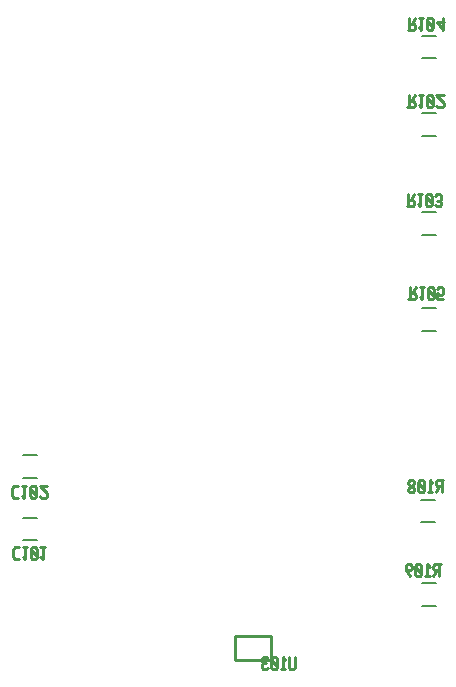
<source format=gbr>
G04 start of page 8 for group -4078 idx -4078 *
G04 Title: (unknown), bottomsilk *
G04 Creator: pcb 20110918 *
G04 CreationDate: Sun 04 May 2014 08:11:11 PM GMT UTC *
G04 For: zach *
G04 Format: Gerber/RS-274X *
G04 PCB-Dimensions: 295500 350000 *
G04 PCB-Coordinate-Origin: lower left *
%MOIN*%
%FSLAX25Y25*%
%LNBOTTOMSILK*%
%ADD77C,0.0100*%
%ADD76C,0.0080*%
G54D76*X120733Y81260D02*X125457D01*
X120733Y88740D02*X125457D01*
X120633Y67940D02*X125357D01*
X120633Y60460D02*X125357D01*
G54D77*X191500Y20500D02*X203400D01*
X191500Y28500D02*Y20500D01*
Y28500D02*X203400D01*
Y20500D01*
G54D76*X253638Y137740D02*X258362D01*
X253638Y130260D02*X258362D01*
X253375Y73904D02*X258099D01*
X253375Y66424D02*X258099D01*
X253836Y46073D02*X258560D01*
X253836Y38593D02*X258560D01*
X253638Y169740D02*X258362D01*
X253638Y162260D02*X258362D01*
X253733Y202740D02*X258457D01*
X253733Y195260D02*X258457D01*
X253838Y228540D02*X258562D01*
X253838Y221060D02*X258562D01*
G54D77*X248945Y204850D02*X250945D01*
X251445Y205350D01*
Y206350D01*
X250945Y206850D02*X251445Y206350D01*
X249445Y206850D02*X250945D01*
X249445Y204850D02*Y208850D01*
X250245Y206850D02*X251445Y208850D01*
X252645Y205650D02*X253445Y204850D01*
Y208850D01*
X252645D02*X254145D01*
X255345Y208350D02*X255845Y208850D01*
X255345Y205350D02*Y208350D01*
Y205350D02*X255845Y204850D01*
X256845D01*
X257345Y205350D01*
Y208350D01*
X256845Y208850D02*X257345Y208350D01*
X255845Y208850D02*X256845D01*
X255345Y207850D02*X257345Y205850D01*
X258545Y205350D02*X259045Y204850D01*
X260545D01*
X261045Y205350D01*
Y206350D01*
X258545Y208850D02*X261045Y206350D01*
X258545Y208850D02*X261045D01*
X248660Y171850D02*X250660D01*
X251160Y172350D01*
Y173350D01*
X250660Y173850D02*X251160Y173350D01*
X249160Y173850D02*X250660D01*
X249160Y171850D02*Y175850D01*
X249960Y173850D02*X251160Y175850D01*
X252360Y172650D02*X253160Y171850D01*
Y175850D01*
X252360D02*X253860D01*
X255060Y175350D02*X255560Y175850D01*
X255060Y172350D02*Y175350D01*
Y172350D02*X255560Y171850D01*
X256560D01*
X257060Y172350D01*
Y175350D01*
X256560Y175850D02*X257060Y175350D01*
X255560Y175850D02*X256560D01*
X255060Y174850D02*X257060Y172850D01*
X258260Y172350D02*X258760Y171850D01*
X259760D01*
X260260Y172350D01*
X259760Y175850D02*X260260Y175350D01*
X258760Y175850D02*X259760D01*
X258260Y175350D02*X258760Y175850D01*
Y173650D02*X259760D01*
X260260Y172350D02*Y173150D01*
Y174150D02*Y175350D01*
Y174150D02*X259760Y173650D01*
X260260Y173150D02*X259760Y173650D01*
X249280Y140850D02*X251280D01*
X251780Y141350D01*
Y142350D01*
X251280Y142850D02*X251780Y142350D01*
X249780Y142850D02*X251280D01*
X249780Y140850D02*Y144850D01*
X250580Y142850D02*X251780Y144850D01*
X252980Y141650D02*X253780Y140850D01*
Y144850D01*
X252980D02*X254480D01*
X255680Y144350D02*X256180Y144850D01*
X255680Y141350D02*Y144350D01*
Y141350D02*X256180Y140850D01*
X257180D01*
X257680Y141350D01*
Y144350D01*
X257180Y144850D02*X257680Y144350D01*
X256180Y144850D02*X257180D01*
X255680Y143850D02*X257680Y141850D01*
X258880Y140850D02*X260880D01*
X258880D02*Y142850D01*
X259380Y142350D01*
X260380D01*
X260880Y142850D01*
Y144350D01*
X260380Y144850D02*X260880Y144350D01*
X259380Y144850D02*X260380D01*
X258880Y144350D02*X259380Y144850D01*
X117945Y78550D02*X119245D01*
X117245Y77850D02*X117945Y78550D01*
X117245Y75250D02*Y77850D01*
Y75250D02*X117945Y74550D01*
X119245D01*
X120445Y75350D02*X121245Y74550D01*
Y78550D01*
X120445D02*X121945D01*
X123145Y78050D02*X123645Y78550D01*
X123145Y75050D02*Y78050D01*
Y75050D02*X123645Y74550D01*
X124645D01*
X125145Y75050D01*
Y78050D01*
X124645Y78550D02*X125145Y78050D01*
X123645Y78550D02*X124645D01*
X123145Y77550D02*X125145Y75550D01*
X126345Y75050D02*X126845Y74550D01*
X128345D01*
X128845Y75050D01*
Y76050D01*
X126345Y78550D02*X128845Y76050D01*
X126345Y78550D02*X128845D01*
X118155Y58050D02*X119455D01*
X117455Y57350D02*X118155Y58050D01*
X117455Y54750D02*Y57350D01*
Y54750D02*X118155Y54050D01*
X119455D01*
X120655Y54850D02*X121455Y54050D01*
Y58050D01*
X120655D02*X122155D01*
X123355Y57550D02*X123855Y58050D01*
X123355Y54550D02*Y57550D01*
Y54550D02*X123855Y54050D01*
X124855D01*
X125355Y54550D01*
Y57550D01*
X124855Y58050D02*X125355Y57550D01*
X123855Y58050D02*X124855D01*
X123355Y57050D02*X125355Y55050D01*
X126555Y54850D02*X127355Y54050D01*
Y58050D01*
X126555D02*X128055D01*
X211400Y18000D02*Y21500D01*
Y18000D02*X210900Y17500D01*
X209900D02*X210900D01*
X209900D02*X209400Y18000D01*
Y21500D01*
X208200Y20700D02*X207400Y21500D01*
Y17500D02*Y21500D01*
X206700Y17500D02*X208200D01*
X205500Y18000D02*X205000Y17500D01*
X205500Y18000D02*Y21000D01*
X205000Y21500D01*
X204000D02*X205000D01*
X204000D02*X203500Y21000D01*
Y18000D02*Y21000D01*
X204000Y17500D02*X203500Y18000D01*
X204000Y17500D02*X205000D01*
X205500Y18500D02*X203500Y20500D01*
X202300Y21000D02*X201800Y21500D01*
X200800D02*X201800D01*
X200800D02*X200300Y21000D01*
X200800Y17500D02*X200300Y18000D01*
X200800Y17500D02*X201800D01*
X202300Y18000D02*X201800Y17500D01*
X200800Y19700D02*X201800D01*
X200300Y20200D02*Y21000D01*
Y18000D02*Y19200D01*
X200800Y19700D01*
X200300Y20200D02*X200800Y19700D01*
X258864Y80385D02*X260864D01*
X258864D02*X258364Y79885D01*
Y78885D02*Y79885D01*
X258864Y78385D02*X258364Y78885D01*
X258864Y78385D02*X260364D01*
Y76385D02*Y80385D01*
X259564Y78385D02*X258364Y76385D01*
X257164Y79585D02*X256364Y80385D01*
Y76385D02*Y80385D01*
X255664Y76385D02*X257164D01*
X254464Y76885D02*X253964Y76385D01*
X254464Y76885D02*Y79885D01*
X253964Y80385D01*
X252964D02*X253964D01*
X252964D02*X252464Y79885D01*
Y76885D02*Y79885D01*
X252964Y76385D02*X252464Y76885D01*
X252964Y76385D02*X253964D01*
X254464Y77385D02*X252464Y79385D01*
X251264Y76885D02*X250764Y76385D01*
X251264Y76885D02*Y77685D01*
X250564Y78385D01*
X249964D02*X250564D01*
X249964D02*X249264Y77685D01*
Y76885D02*Y77685D01*
X249764Y76385D02*X249264Y76885D01*
X249764Y76385D02*X250764D01*
X251264Y79085D02*X250564Y78385D01*
X251264Y79085D02*Y79885D01*
X250764Y80385D01*
X249764D02*X250764D01*
X249764D02*X249264Y79885D01*
Y79085D02*Y79885D01*
X249964Y78385D02*X249264Y79085D01*
X258007Y52390D02*X260007D01*
X258007D02*X257507Y51890D01*
Y50890D02*Y51890D01*
X258007Y50390D02*X257507Y50890D01*
X258007Y50390D02*X259507D01*
Y48390D02*Y52390D01*
X258707Y50390D02*X257507Y48390D01*
X256307Y51590D02*X255507Y52390D01*
Y48390D02*Y52390D01*
X254807Y48390D02*X256307D01*
X253607Y48890D02*X253107Y48390D01*
X253607Y48890D02*Y51890D01*
X253107Y52390D01*
X252107D02*X253107D01*
X252107D02*X251607Y51890D01*
Y48890D02*Y51890D01*
X252107Y48390D02*X251607Y48890D01*
X252107Y48390D02*X253107D01*
X253607Y49390D02*X251607Y51390D01*
X249907Y48390D02*X248407Y50390D01*
Y51890D01*
X248907Y52390D02*X248407Y51890D01*
X248907Y52390D02*X249907D01*
X250407Y51890D02*X249907Y52390D01*
X250407Y50890D02*Y51890D01*
Y50890D02*X249907Y50390D01*
X248407D02*X249907D01*
X249050Y230650D02*X251050D01*
X251550Y231150D01*
Y232150D01*
X251050Y232650D02*X251550Y232150D01*
X249550Y232650D02*X251050D01*
X249550Y230650D02*Y234650D01*
X250350Y232650D02*X251550Y234650D01*
X252750Y231450D02*X253550Y230650D01*
Y234650D01*
X252750D02*X254250D01*
X255450Y234150D02*X255950Y234650D01*
X255450Y231150D02*Y234150D01*
Y231150D02*X255950Y230650D01*
X256950D01*
X257450Y231150D01*
Y234150D01*
X256950Y234650D02*X257450Y234150D01*
X255950Y234650D02*X256950D01*
X255450Y233650D02*X257450Y231650D01*
X258650Y233150D02*X260650Y230650D01*
X258650Y233150D02*X261150D01*
X260650Y230650D02*Y234650D01*
M02*

</source>
